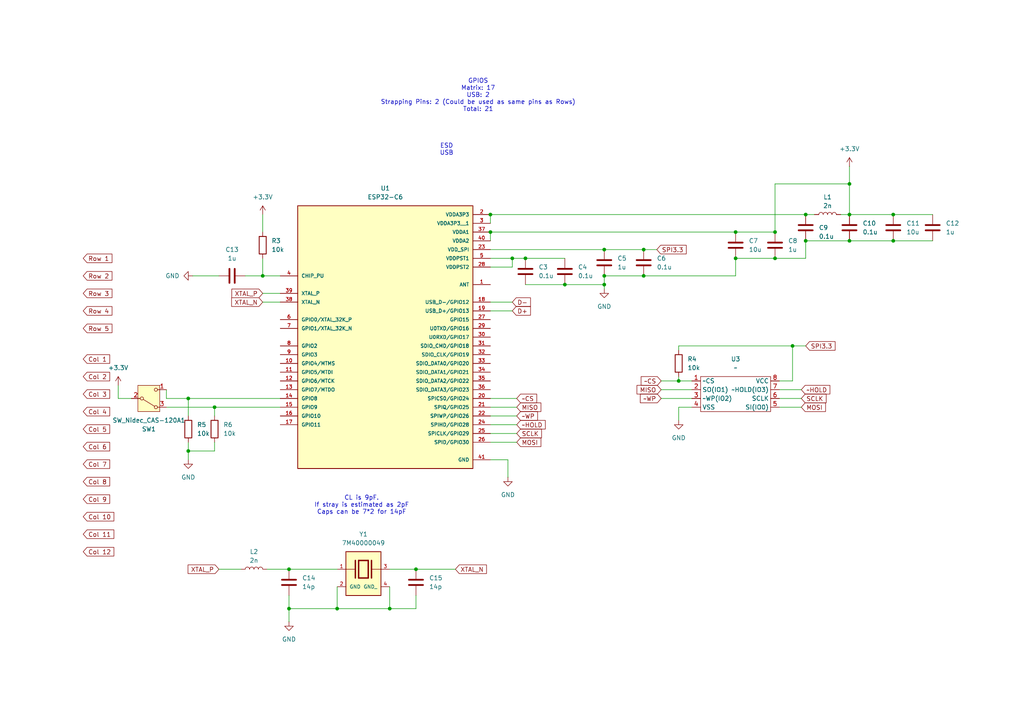
<source format=kicad_sch>
(kicad_sch (version 20250114) (generator "eeschema") (generator_version "9.0")
  (paper "A4")
  (lib_symbols
    (symbol "Device:C" (pin_numbers (hide yes)) (pin_names (offset 0.254))
      (property "Reference" "C" (at 0.635 2.54 0))
      (property "Value" "C" (at 0.635 -2.54 0))
      (symbol "C_0_1"
        (polyline (pts (xy -2.032 0.762) (xy 2.032 0.762)) (stroke (width 0.508)))
        (polyline (pts (xy -2.032 -0.762) (xy 2.032 -0.762)) (stroke (width 0.508)))
      )
      (symbol "C_1_1"
        (pin passive line (at 0 3.81 270) (length 2.794) (name "~") (number "1"))
        (pin passive line (at 0 -3.81 90) (length 2.794) (name "~") (number "2"))
      )
    )
    (symbol "Device:L" (pin_numbers (hide yes)) (pin_names (offset 1.016) (hide yes))
      (property "Reference" "L" (at -1.27 0 90))
      (property "Value" "L" (at 1.905 0 90))
      (symbol "L_0_1"
        (arc (start 0 2.54) (mid 0.6323 1.905) (end 0 1.27))
        (arc (start 0 1.27) (mid 0.6323 0.635) (end 0 0))
        (arc (start 0 0) (mid 0.6323 -0.635) (end 0 -1.27))
        (arc (start 0 -1.27) (mid 0.6323 -1.905) (end 0 -2.54))
      )
      (symbol "L_1_1"
        (pin passive line (at 0 3.81 270) (length 1.27) (name "1") (number "1"))
        (pin passive line (at 0 -3.81 90) (length 1.27) (name "2") (number "2"))
      )
    )
    (symbol "Device:R" (pin_numbers (hide yes)) (pin_names (offset 0))
      (property "Reference" "R" (at 2.032 0 90))
      (property "Value" "R" (at 0 0 90))
      (symbol "R_0_1"
        (rectangle (start -1.016 -2.54) (end 1.016 2.54) (stroke (width 0.254)))
      )
      (symbol "R_1_1"
        (pin passive line (at 0 3.81 270) (length 1.27) (name "~") (number "1"))
        (pin passive line (at 0 -3.81 90) (length 1.27) (name "~") (number "2"))
      )
    )
    (symbol "ESP32:7M40000049" (pin_names (offset 1.016))
      (property "Reference" "Y" (at -5.0878 6.3559 0))
      (property "Value" "7M40000049" (at -5.0944 -10.16 0))
      (symbol "7M40000049_0_0"
        (polyline (pts (xy -5.08 0) (xy -2.54 0)) (stroke (width 0.1524)))
        (rectangle (start -5.08 -7.62) (end 5.08 5.08) (stroke (width 0.254)) (fill (type background)))
        (polyline (pts (xy -2.3368 2.54) (xy -2.3368 -2.54)) (stroke (width 0.4064)))
        (polyline (pts (xy -1.397 2.54) (xy -1.397 -2.54)) (stroke (width 0.4064)))
        (polyline (pts (xy -1.397 2.54) (xy 1.397 2.54)) (stroke (width 0.4064)))
        (polyline (pts (xy 1.397 2.54) (xy 1.397 -2.54)) (stroke (width 0.4064)))
        (polyline (pts (xy 1.397 -2.54) (xy -1.397 -2.54)) (stroke (width 0.4064)))
        (polyline (pts (xy 2.3368 2.54) (xy 2.3368 -2.54)) (stroke (width 0.4064)))
        (polyline (pts (xy 2.54 0) (xy 5.08 0)) (stroke (width 0.1524)))
        (pin passive line (at -7.62 0 0) (length 2.54) (name "~") (number "1"))
        (pin passive line (at 7.62 0 180) (length 2.54) (name "~") (number "3"))
      )
      (symbol "7M40000049_1_0"
        (pin power_in line (at -7.62 -5.08 0) (length 2.54) (name "GND") (number "2"))
        (pin power_in line (at 7.62 -5.08 180) (length 2.54) (name "GND_") (number "4"))
      )
    )
    (symbol "ESP32:ESP32-C6" (pin_names (offset 1.016))
      (property "Reference" "U" (at -25.4 36.322 0))
      (property "Value" "ESP32-C6" (at -25.4 -43.18 0))
      (symbol "ESP32-C6_0_0"
        (rectangle (start -25.4 -40.64) (end 25.4 35.56) (stroke (width 0.254)) (fill (type background)))
        (pin input line (at -30.48 15.24 0) (length 5.08) (name "CHIP_PU") (number "4"))
        (pin bidirectional line (at -30.48 10.16 0) (length 5.08) (name "XTAL_P") (number "39"))
        (pin bidirectional line (at -30.48 7.62 0) (length 5.08) (name "XTAL_N") (number "38"))
        (pin bidirectional line (at -30.48 2.54 0) (length 5.08) (name "GPIO0/XTAL_32K_P") (number "6"))
        (pin bidirectional line (at -30.48 0 0) (length 5.08) (name "GPIO1/XTAL_32K_N") (number "7"))
        (pin bidirectional line (at -30.48 -5.08 0) (length 5.08) (name "GPIO2") (number "8"))
        (pin bidirectional line (at -30.48 -7.62 0) (length 5.08) (name "GPIO3") (number "9"))
        (pin bidirectional line (at -30.48 -10.16 0) (length 5.08) (name "GPIO4/MTMS") (number "10"))
        (pin bidirectional line (at -30.48 -12.7 0) (length 5.08) (name "GPIO5/MTDI") (number "11"))
        (pin bidirectional line (at -30.48 -15.24 0) (length 5.08) (name "GPIO6/MTCK") (number "12"))
        (pin bidirectional line (at -30.48 -17.78 0) (length 5.08) (name "GPIO7/MTDO") (number "13"))
        (pin bidirectional line (at -30.48 -20.32 0) (length 5.08) (name "GPIO8") (number "14"))
        (pin bidirectional line (at -30.48 -22.86 0) (length 5.08) (name "GPIO9") (number "15"))
        (pin bidirectional line (at -30.48 -25.4 0) (length 5.08) (name "GPIO10") (number "16"))
        (pin bidirectional line (at -30.48 -27.94 0) (length 5.08) (name "GPIO11") (number "17"))
        (pin power_in line (at 30.48 33.02 180) (length 5.08) (name "VDDA3P3") (number "2"))
        (pin power_in line (at 30.48 30.48 180) (length 5.08) (name "VDDA3P3__1") (number "3"))
        (pin power_in line (at 30.48 27.94 180) (length 5.08) (name "VDDA1") (number "37"))
        (pin power_in line (at 30.48 25.4 180) (length 5.08) (name "VDDA2") (number "40"))
        (pin power_in line (at 30.48 22.86 180) (length 5.08) (name "VDD_SPI") (number "23"))
        (pin power_in line (at 30.48 20.32 180) (length 5.08) (name "VDDPST1") (number "5"))
        (pin power_in line (at 30.48 17.78 180) (length 5.08) (name "VDDPST2") (number "28"))
        (pin bidirectional line (at 30.48 12.7 180) (length 5.08) (name "ANT") (number "1"))
        (pin bidirectional line (at 30.48 7.62 180) (length 5.08) (name "USB_D-/GPIO12") (number "18"))
        (pin bidirectional line (at 30.48 5.08 180) (length 5.08) (name "USB_D+/GPIO13") (number "19"))
        (pin bidirectional line (at 30.48 2.54 180) (length 5.08) (name "GPIO15") (number "27"))
        (pin bidirectional line (at 30.48 0 180) (length 5.08) (name "U0TXD/GPIO16") (number "29"))
        (pin bidirectional line (at 30.48 -2.54 180) (length 5.08) (name "U0RXD/GPIO17") (number "30"))
        (pin bidirectional line (at 30.48 -5.08 180) (length 5.08) (name "SDIO_CMD/GPIO18") (number "31"))
        (pin bidirectional line (at 30.48 -7.62 180) (length 5.08) (name "SDIO_CLK/GPIO19") (number "32"))
        (pin bidirectional line (at 30.48 -10.16 180) (length 5.08) (name "SDIO_DATA0/GPIO20") (number "33"))
        (pin bidirectional line (at 30.48 -12.7 180) (length 5.08) (name "SDIO_DATA1/GPIO21") (number "34"))
        (pin bidirectional line (at 30.48 -15.24 180) (length 5.08) (name "SDIO_DATA2/GPIO22") (number "35"))
        (pin bidirectional line (at 30.48 -17.78 180) (length 5.08) (name "SDIO_DATA3/GPIO23") (number "36"))
        (pin bidirectional line (at 30.48 -20.32 180) (length 5.08) (name "SPICS0/GPIO24") (number "20"))
        (pin bidirectional line (at 30.48 -22.86 180) (length 5.08) (name "SPIQ/GPIO25") (number "21"))
        (pin bidirectional line (at 30.48 -25.4 180) (length 5.08) (name "SPIWP/GPIO26") (number "22"))
        (pin bidirectional line (at 30.48 -27.94 180) (length 5.08) (name "SPIHD/GPIO28") (number "24"))
        (pin bidirectional line (at 30.48 -30.48 180) (length 5.08) (name "SPICLK/GPIO29") (number "25"))
        (pin bidirectional line (at 30.48 -33.02 180) (length 5.08) (name "SPID/GPIO30") (number "26"))
        (pin power_in line (at 30.48 -38.1 180) (length 5.08) (name "GND") (number "41"))
      )
    )
    (symbol "ESP32:GD25Q32ESIGR"
      (property "Reference" "U" (at 0 0 0))
      (symbol "GD25Q32ESIGR_1_1"
        (rectangle (start -6.35 1.27) (end 13.97 -8.89))
        (pin input line (at -8.89 0 0) (length 2.54) (name "~CS") (number "1"))
        (pin output line (at -8.89 -2.54 0) (length 2.54) (name "SO(IO1)") (number "2"))
        (pin bidirectional line (at -8.89 -5.08 0) (length 2.54) (name "~WP(IO2)") (number "3"))
        (pin input line (at -8.89 -7.62 0) (length 2.54) (name "VSS") (number "4"))
        (pin input line (at 16.51 0 180) (length 2.54) (name "VCC") (number "8"))
        (pin input line (at 16.51 -2.54 180) (length 2.54) (name "~HOLD(IO3)") (number "7"))
        (pin input line (at 16.51 -5.08 180) (length 2.54) (name "SCLK") (number "6"))
        (pin input line (at 16.51 -7.62 180) (length 2.54) (name "SI(IO0)") (number "5"))
      )
    )
    (symbol "Switch:SW_Nidec_CAS-120A1" (pin_names (offset 1) (hide yes))
      (property "Reference" "SW" (at 0 4.318 0))
      (property "Value" "SW_Nidec_CAS-120A1" (at 0 -5.08 0))
      (symbol "SW_Nidec_CAS-120A1_0_1"
        (circle (center -2.032 0) (radius 0.4572))
        (polyline (pts (xy -1.651 0.254) (xy 1.651 2.286)))
        (circle (center 2.032 2.54) (radius 0.4572))
        (circle (center 2.032 -2.54) (radius 0.4572))
      )
      (symbol "SW_Nidec_CAS-120A1_1_1"
        (rectangle (start -3.175 3.81) (end 3.175 -3.81) (fill (type background)))
        (pin passive line (at -5.08 0 0) (length 2.54) (name "B") (number "2"))
        (pin passive line (at 5.08 2.54 180) (length 2.54) (name "A") (number "3"))
        (pin passive line (at 5.08 -2.54 180) (length 2.54) (name "C") (number "1"))
      )
    )
    (symbol "power:+3.3V" (power) (pin_numbers (hide yes)) (pin_names (offset 0) (hide yes))
      (property "Value" "+3.3V" (at 0 3.556 0))
      (symbol "+3.3V_0_1"
        (polyline (pts (xy -0.762 1.27) (xy 0 2.54)))
        (polyline (pts (xy 0 2.54) (xy 0.762 1.27)))
        (polyline (pts (xy 0 0) (xy 0 2.54)))
      )
      (symbol "+3.3V_1_1"
        (pin power_in line (at 0 0 90) (length 0) (name "~") (number "1"))
      )
    )
    (symbol "power:GND" (power) (pin_numbers (hide yes)) (pin_names (offset 0) (hide yes))
      (property "Value" "GND" (at 0 -3.81 0))
      (symbol "GND_0_1"
        (polyline (pts (xy 0 0) (xy 0 -1.27) (xy 1.27 -1.27) (xy 0 -2.54) (xy -1.27 -1.27) (xy 0 -1.27)))
      )
      (symbol "GND_1_1"
        (pin power_in line (at 0 0 270) (length 0) (name "~") (number "1"))
      )
    )
  )
  (text "GPIOS\nMatrix: 17\nUSB: 2\nStrapping Pins: 2 (Could be used as same pins as Rows)\nTotal: 21" (at 138.684 27.686 0) (effects (font (size 1.27 1.27))))
  (text "CL is 9pF.\nIf stray is estimated as 2pF\nCaps can be 7*2 for 14pF" (at 104.902 146.558 0) (effects (font (size 1.27 1.27))))
  (text "ESD\nUSB" (at 129.54 43.434 0) (effects (font (size 1.27 1.27))))
  (junction (at 83.82 176.53))
  (junction (at 224.79 74.93))
  (junction (at 259.08 69.85))
  (junction (at 83.82 165.1))
  (junction (at 142.24 62.23))
  (junction (at 148.59 74.93))
  (junction (at 246.38 53.34))
  (junction (at 213.36 74.93))
  (junction (at 246.38 69.85))
  (junction (at 163.83 82.55))
  (junction (at 233.68 69.85))
  (junction (at 233.68 62.23))
  (junction (at 175.26 80.01))
  (junction (at 224.79 67.31))
  (junction (at 113.03 176.53))
  (junction (at 186.69 72.39))
  (junction (at 186.69 80.01))
  (junction (at 175.26 72.39))
  (junction (at 62.23 118.11))
  (junction (at 213.36 67.31))
  (junction (at 54.61 130.81))
  (junction (at 120.65 165.1))
  (junction (at 196.85 110.49))
  (junction (at 76.2 80.01))
  (junction (at 229.87 100.33))
  (junction (at 246.38 62.23))
  (junction (at 142.24 67.31))
  (junction (at 152.4 74.93))
  (junction (at 54.61 115.57))
  (junction (at 259.08 62.23))
  (junction (at 175.26 82.55))
  (junction (at 97.79 176.53))
  (wire (pts (xy 226.06 113.03) (xy 232.41 113.03)))
  (wire (pts (xy 113.03 170.18) (xy 113.03 176.53)))
  (wire (pts (xy 213.36 80.01) (xy 213.36 74.93)))
  (wire (pts (xy 147.32 138.43) (xy 147.32 133.35)))
  (wire (pts (xy 76.2 87.63) (xy 81.28 87.63)))
  (wire (pts (xy 48.26 118.11) (xy 62.23 118.11)))
  (wire (pts (xy 196.85 100.33) (xy 196.85 101.6)))
  (wire (pts (xy 76.2 74.93) (xy 76.2 80.01)))
  (wire (pts (xy 142.24 118.11) (xy 149.86 118.11)))
  (wire (pts (xy 246.38 53.34) (xy 224.79 53.34)))
  (wire (pts (xy 175.26 72.39) (xy 186.69 72.39)))
  (wire (pts (xy 62.23 130.81) (xy 54.61 130.81)))
  (wire (pts (xy 120.65 176.53) (xy 113.03 176.53)))
  (wire (pts (xy 190.5 72.39) (xy 186.69 72.39)))
  (wire (pts (xy 142.24 120.65) (xy 149.86 120.65)))
  (wire (pts (xy 233.68 69.85) (xy 246.38 69.85)))
  (wire (pts (xy 142.24 87.63) (xy 148.59 87.63)))
  (wire (pts (xy 142.24 115.57) (xy 149.86 115.57)))
  (wire (pts (xy 196.85 118.11) (xy 196.85 121.92)))
  (wire (pts (xy 186.69 80.01) (xy 213.36 80.01)))
  (wire (pts (xy 233.68 74.93) (xy 233.68 69.85)))
  (wire (pts (xy 246.38 53.34) (xy 246.38 62.23)))
  (wire (pts (xy 54.61 115.57) (xy 48.26 115.57)))
  (wire (pts (xy 142.24 123.19) (xy 149.86 123.19)))
  (wire (pts (xy 142.24 125.73) (xy 149.86 125.73)))
  (wire (pts (xy 259.08 69.85) (xy 270.51 69.85)))
  (wire (pts (xy 213.36 74.93) (xy 224.79 74.93)))
  (wire (pts (xy 83.82 165.1) (xy 97.79 165.1)))
  (wire (pts (xy 142.24 72.39) (xy 175.26 72.39)))
  (wire (pts (xy 152.4 74.93) (xy 163.83 74.93)))
  (wire (pts (xy 213.36 67.31) (xy 224.79 67.31)))
  (wire (pts (xy 148.59 74.93) (xy 148.59 77.47)))
  (wire (pts (xy 175.26 80.01) (xy 186.69 80.01)))
  (wire (pts (xy 175.26 82.55) (xy 175.26 83.82)))
  (wire (pts (xy 243.84 62.23) (xy 246.38 62.23)))
  (wire (pts (xy 200.66 110.49) (xy 196.85 110.49)))
  (wire (pts (xy 63.5 165.1) (xy 69.85 165.1)))
  (wire (pts (xy 48.26 115.57) (xy 48.26 113.03)))
  (wire (pts (xy 246.38 62.23) (xy 259.08 62.23)))
  (wire (pts (xy 236.22 62.23) (xy 233.68 62.23)))
  (wire (pts (xy 120.65 172.72) (xy 120.65 176.53)))
  (wire (pts (xy 200.66 118.11) (xy 196.85 118.11)))
  (wire (pts (xy 175.26 82.55) (xy 163.83 82.55)))
  (wire (pts (xy 81.28 115.57) (xy 54.61 115.57)))
  (wire (pts (xy 120.65 165.1) (xy 132.08 165.1)))
  (wire (pts (xy 229.87 110.49) (xy 226.06 110.49)))
  (wire (pts (xy 142.24 128.27) (xy 149.86 128.27)))
  (wire (pts (xy 233.68 62.23) (xy 142.24 62.23)))
  (wire (pts (xy 259.08 62.23) (xy 270.51 62.23)))
  (wire (pts (xy 62.23 118.11) (xy 81.28 118.11)))
  (wire (pts (xy 196.85 100.33) (xy 229.87 100.33)))
  (wire (pts (xy 224.79 53.34) (xy 224.79 67.31)))
  (wire (pts (xy 148.59 77.47) (xy 142.24 77.47)))
  (wire (pts (xy 226.06 115.57) (xy 232.41 115.57)))
  (wire (pts (xy 233.68 100.33) (xy 229.87 100.33)))
  (wire (pts (xy 71.12 80.01) (xy 76.2 80.01)))
  (wire (pts (xy 54.61 115.57) (xy 54.61 120.65)))
  (wire (pts (xy 147.32 133.35) (xy 142.24 133.35)))
  (wire (pts (xy 54.61 130.81) (xy 54.61 133.35)))
  (wire (pts (xy 226.06 118.11) (xy 232.41 118.11)))
  (wire (pts (xy 148.59 74.93) (xy 152.4 74.93)))
  (wire (pts (xy 224.79 74.93) (xy 233.68 74.93)))
  (wire (pts (xy 113.03 165.1) (xy 120.65 165.1)))
  (wire (pts (xy 55.88 80.01) (xy 63.5 80.01)))
  (wire (pts (xy 142.24 67.31) (xy 142.24 69.85)))
  (wire (pts (xy 142.24 74.93) (xy 148.59 74.93)))
  (wire (pts (xy 62.23 118.11) (xy 62.23 120.65)))
  (wire (pts (xy 142.24 90.17) (xy 148.59 90.17)))
  (wire (pts (xy 113.03 176.53) (xy 97.79 176.53)))
  (wire (pts (xy 34.29 115.57) (xy 34.29 111.76)))
  (wire (pts (xy 97.79 170.18) (xy 97.79 176.53)))
  (wire (pts (xy 76.2 62.23) (xy 76.2 67.31)))
  (wire (pts (xy 83.82 172.72) (xy 83.82 176.53)))
  (wire (pts (xy 38.1 115.57) (xy 34.29 115.57)))
  (wire (pts (xy 175.26 80.01) (xy 175.26 82.55)))
  (wire (pts (xy 97.79 176.53) (xy 83.82 176.53)))
  (wire (pts (xy 191.77 115.57) (xy 200.66 115.57)))
  (wire (pts (xy 77.47 165.1) (xy 83.82 165.1)))
  (wire (pts (xy 191.77 113.03) (xy 200.66 113.03)))
  (wire (pts (xy 196.85 110.49) (xy 196.85 109.22)))
  (wire (pts (xy 54.61 128.27) (xy 54.61 130.81)))
  (wire (pts (xy 229.87 100.33) (xy 229.87 110.49)))
  (wire (pts (xy 191.77 110.49) (xy 196.85 110.49)))
  (wire (pts (xy 142.24 62.23) (xy 142.24 64.77)))
  (wire (pts (xy 76.2 85.09) (xy 81.28 85.09)))
  (wire (pts (xy 83.82 176.53) (xy 83.82 180.34)))
  (wire (pts (xy 152.4 82.55) (xy 163.83 82.55)))
  (wire (pts (xy 76.2 80.01) (xy 81.28 80.01)))
  (wire (pts (xy 246.38 69.85) (xy 259.08 69.85)))
  (wire (pts (xy 142.24 67.31) (xy 213.36 67.31)))
  (wire (pts (xy 246.38 48.26) (xy 246.38 53.34)))
  (wire (pts (xy 62.23 128.27) (xy 62.23 130.81)))
  (global_label "Col 3" (shape input) (at 24.13 114.3 0) (property "Intersheetrefs" "${INTERSHEET_REFS}" (effects (hide yes))))
  (global_label "D+" (shape input) (at 148.59 90.17 0) (property "Intersheetrefs" "${INTERSHEET_REFS}" (effects (hide yes))))
  (global_label "Col 2" (shape input) (at 24.13 109.22 0) (property "Intersheetrefs" "${INTERSHEET_REFS}" (effects (hide yes))))
  (global_label "Col 6" (shape input) (at 24.13 129.54 0) (property "Intersheetrefs" "${INTERSHEET_REFS}" (effects (hide yes))))
  (global_label "Col 7" (shape input) (at 24.13 134.62 0) (property "Intersheetrefs" "${INTERSHEET_REFS}" (effects (hide yes))))
  (global_label "MOSI" (shape input) (at 232.41 118.11 0) (property "Intersheetrefs" "${INTERSHEET_REFS}" (effects (hide yes))))
  (global_label "XTAL_N" (shape input) (at 76.2 87.63 180) (property "Intersheetrefs" "${INTERSHEET_REFS}" (effects (hide yes))))
  (global_label "Col 1" (shape input) (at 24.13 104.14 0) (property "Intersheetrefs" "${INTERSHEET_REFS}" (effects (hide yes))))
  (global_label "SCLK" (shape input) (at 232.41 115.57 0) (property "Intersheetrefs" "${INTERSHEET_REFS}" (effects (hide yes))))
  (global_label "~WP" (shape input) (at 191.77 115.57 180) (property "Intersheetrefs" "${INTERSHEET_REFS}" (effects (hide yes))))
  (global_label "Row 4" (shape input) (at 24.13 90.17 0) (property "Intersheetrefs" "${INTERSHEET_REFS}" (effects (hide yes))))
  (global_label "XTAL_P" (shape input) (at 76.2 85.09 180) (property "Intersheetrefs" "${INTERSHEET_REFS}" (effects (hide yes))))
  (global_label "Col 9" (shape input) (at 24.13 144.78 0) (property "Intersheetrefs" "${INTERSHEET_REFS}" (effects (hide yes))))
  (global_label "MISO" (shape input) (at 191.77 113.03 180) (property "Intersheetrefs" "${INTERSHEET_REFS}" (effects (hide yes))))
  (global_label "Col 4" (shape input) (at 24.13 119.38 0) (property "Intersheetrefs" "${INTERSHEET_REFS}" (effects (hide yes))))
  (global_label "Row 1" (shape input) (at 24.13 74.93 0) (property "Intersheetrefs" "${INTERSHEET_REFS}" (effects (hide yes))))
  (global_label "SPI3.3" (shape input) (at 190.5 72.39 0) (property "Intersheetrefs" "${INTERSHEET_REFS}" (effects (hide yes))))
  (global_label "Col 10" (shape input) (at 24.13 149.86 0) (property "Intersheetrefs" "${INTERSHEET_REFS}" (effects (hide yes))))
  (global_label "Col 11" (shape input) (at 24.13 154.94 0) (property "Intersheetrefs" "${INTERSHEET_REFS}" (effects (hide yes))))
  (global_label "Row 2" (shape input) (at 24.13 80.01 0) (property "Intersheetrefs" "${INTERSHEET_REFS}" (effects (hide yes))))
  (global_label "Col 5" (shape input) (at 24.13 124.46 0) (property "Intersheetrefs" "${INTERSHEET_REFS}" (effects (hide yes))))
  (global_label "MOSI" (shape input) (at 149.86 128.27 0) (property "Intersheetrefs" "${INTERSHEET_REFS}" (effects (hide yes))))
  (global_label "SCLK" (shape input) (at 149.86 125.73 0) (property "Intersheetrefs" "${INTERSHEET_REFS}" (effects (hide yes))))
  (global_label "~HOLD" (shape input) (at 149.86 123.19 0) (property "Intersheetrefs" "${INTERSHEET_REFS}" (effects (hide yes))))
  (global_label "~HOLD" (shape input) (at 232.41 113.03 0) (property "Intersheetrefs" "${INTERSHEET_REFS}" (effects (hide yes))))
  (global_label "~WP" (shape input) (at 149.86 120.65 0) (property "Intersheetrefs" "${INTERSHEET_REFS}" (effects (hide yes))))
  (global_label "Col 8" (shape input) (at 24.13 139.7 0) (property "Intersheetrefs" "${INTERSHEET_REFS}" (effects (hide yes))))
  (global_label "Col 12" (shape input) (at 24.13 160.02 0) (property "Intersheetrefs" "${INTERSHEET_REFS}" (effects (hide yes))))
  (global_label "D-" (shape input) (at 148.59 87.63 0) (property "Intersheetrefs" "${INTERSHEET_REFS}" (effects (hide yes))))
  (global_label "XTAL_P" (shape input) (at 63.5 165.1 180) (property "Intersheetrefs" "${INTERSHEET_REFS}" (effects (hide yes))))
  (global_label "MISO" (shape input) (at 149.86 118.11 0) (property "Intersheetrefs" "${INTERSHEET_REFS}" (effects (hide yes))))
  (global_label "Row 5" (shape input) (at 24.13 95.25 0) (property "Intersheetrefs" "${INTERSHEET_REFS}" (effects (hide yes))))
  (global_label "~CS" (shape input) (at 149.86 115.57 0) (property "Intersheetrefs" "${INTERSHEET_REFS}" (effects (hide yes))))
  (global_label "SPI3.3" (shape input) (at 233.68 100.33 0) (property "Intersheetrefs" "${INTERSHEET_REFS}" (effects (hide yes))))
  (global_label "XTAL_N" (shape input) (at 132.08 165.1 0) (property "Intersheetrefs" "${INTERSHEET_REFS}" (effects (hide yes))))
  (global_label "Row 3" (shape input) (at 24.13 85.09 0) (property "Intersheetrefs" "${INTERSHEET_REFS}" (effects (hide yes))))
  (global_label "~CS" (shape input) (at 191.77 110.49 180) (property "Intersheetrefs" "${INTERSHEET_REFS}" (effects (hide yes))))
  (symbol (lib_id "Device:L") (at 73.66 165.1 90) (unit 1)
    (property "Reference" "L2" (at 73.66 160.02 90))
    (property "Value" "2n" (at 73.66 162.56 90))
    (property "Footprint" "Inductor_SMD:L_0402_1005Metric_Pad0.77x0.64mm_HandSolder" (effects (hide yes)))
    (property "Description" "Inductor 2nH, 500mA" (effects (hide yes)))
  )
  (symbol (lib_id "power:GND") (at 175.26 83.82 0) (unit 1)
    (property "Reference" "#PWR04" (effects (hide yes)))
    (property "Value" "GND" (at 175.26 88.9 0))
    (property "Description" "Power symbol creates a global label with name \"GND\" , ground" (effects (hide yes)))
  )
  (symbol (lib_id "Device:C") (at 175.26 76.2 0) (unit 1)
    (property "Reference" "C5" (at 179.07 74.93 0) (effects (justify left)))
    (property "Value" "1u" (at 179.07 77.47 0) (effects (justify left)))
    (property "Footprint" "Resistor_SMD:R_0402_1005Metric_Pad0.72x0.64mm_HandSolder" (effects (hide yes)))
    (property "Description" "Unpolarized capacitor" (effects (hide yes)))
  )
  (symbol (lib_id "Device:R") (at 54.61 124.46 0) (unit 1)
    (property "Reference" "R5" (at 57.15 123.1899 0) (effects (justify left)))
    (property "Value" "10k" (at 57.15 125.7299 0) (effects (justify left)))
    (property "Footprint" "Resistor_SMD:R_0402_1005Metric_Pad0.72x0.64mm_HandSolder" (effects (hide yes)))
    (property "Description" "Resistor" (effects (hide yes)))
  )
  (symbol (lib_id "Device:R") (at 76.2 71.12 0) (unit 1)
    (property "Reference" "R3" (at 78.74 69.8499 0) (effects (justify left)))
    (property "Value" "10k" (at 78.74 72.3899 0) (effects (justify left)))
    (property "Footprint" "Resistor_SMD:R_0402_1005Metric_Pad0.72x0.64mm_HandSolder" (effects (hide yes)))
    (property "Description" "Resistor" (effects (hide yes)))
  )
  (symbol (lib_id "Device:C") (at 233.68 66.04 0) (unit 1)
    (property "Reference" "C9" (at 237.49 66.0399 0) (effects (justify left)))
    (property "Value" "0.1u" (at 237.49 68.5799 0) (effects (justify left)))
    (property "Footprint" "Resistor_SMD:R_0402_1005Metric_Pad0.72x0.64mm_HandSolder" (effects (hide yes)))
    (property "Description" "Unpolarized capacitor" (effects (hide yes)))
  )
  (symbol (lib_id "power:GND") (at 196.85 121.92 0) (unit 1)
    (property "Reference" "#PWR07" (effects (hide yes)))
    (property "Value" "GND" (at 196.85 127 0))
    (property "Description" "Power symbol creates a global label with name \"GND\" , ground" (effects (hide yes)))
  )
  (symbol (lib_id "power:GND") (at 54.61 133.35 0) (unit 1)
    (property "Reference" "#PWR011" (effects (hide yes)))
    (property "Value" "GND" (at 54.61 138.43 0))
    (property "Description" "Power symbol creates a global label with name \"GND\" , ground" (effects (hide yes)))
  )
  (symbol (lib_id "power:GND") (at 55.88 80.01 270) (unit 1)
    (property "Reference" "#PWR05" (effects (hide yes)))
    (property "Value" "GND" (at 52.07 80.0099 90) (effects (justify right)))
    (property "Description" "Power symbol creates a global label with name \"GND\" , ground" (effects (hide yes)))
  )
  (symbol (lib_id "Device:R") (at 62.23 124.46 0) (unit 1)
    (property "Reference" "R6" (at 64.77 123.1899 0) (effects (justify left)))
    (property "Value" "10k" (at 64.77 125.7299 0) (effects (justify left)))
    (property "Footprint" "Resistor_SMD:R_0402_1005Metric_Pad0.72x0.64mm_HandSolder" (effects (hide yes)))
    (property "Description" "Resistor" (effects (hide yes)))
  )
  (symbol (lib_id "Device:L") (at 240.03 62.23 90) (unit 1)
    (property "Reference" "L1" (at 240.03 57.15 90))
    (property "Value" "2n" (at 240.03 59.69 90))
    (property "Footprint" "Inductor_SMD:L_0402_1005Metric_Pad0.77x0.64mm_HandSolder" (effects (hide yes)))
    (property "Description" "Inductor 2nH, 500mA" (effects (hide yes)))
  )
  (symbol (lib_id "Device:C") (at 152.4 78.74 0) (unit 1)
    (property "Reference" "C3" (at 156.21 77.4699 0) (effects (justify left)))
    (property "Value" "0.1u" (at 156.21 80.0099 0) (effects (justify left)))
    (property "Footprint" "Resistor_SMD:R_0402_1005Metric_Pad0.72x0.64mm_HandSolder" (effects (hide yes)))
    (property "Description" "Unpolarized capacitor" (effects (hide yes)))
  )
  (symbol (lib_id "ESP32:ESP32-C6") (at 111.76 95.25 0) (unit 1)
    (property "Reference" "U1" (at 111.76 54.61 0))
    (property "Value" "ESP32-C6" (at 111.76 57.15 0))
    (property "Footprint" "ESP32:QFN40P500X500X90-41N" (effects (hide yes)))
    (property "PARTREV" "v0.5" (effects (hide yes)))
    (property "STANDARD" "IPC-7351B" (effects (hide yes)))
    (property "SNAPEDA_PN" "ESP32-C6" (effects (hide yes)))
    (property "MAXIMUM_PACKAGE_HEIGHT" "0.9mm" (effects (hide yes)))
    (property "MANUFACTURER" "Espressif Systems" (effects (hide yes)))
  )
  (symbol (lib_id "Device:C") (at 67.31 80.01 270) (unit 1)
    (property "Reference" "C13" (at 67.31 72.39 90))
    (property "Value" "1u" (at 67.31 74.93 90))
    (property "Footprint" "Capacitor_SMD:C_0402_1005Metric_Pad0.74x0.62mm_HandSolder" (effects (hide yes)))
    (property "Description" "Unpolarized capacitor" (effects (hide yes)))
  )
  (symbol (lib_id "Device:C") (at 259.08 66.04 0) (unit 1)
    (property "Reference" "C11" (at 262.89 64.7699 0) (effects (justify left)))
    (property "Value" "10u" (at 262.89 67.3099 0) (effects (justify left)))
    (property "Footprint" "Resistor_SMD:R_0402_1005Metric_Pad0.72x0.64mm_HandSolder" (effects (hide yes)))
    (property "Description" "Unpolarized capacitor" (effects (hide yes)))
  )
  (symbol (lib_id "Device:C") (at 213.36 71.12 0) (unit 1)
    (property "Reference" "C7" (at 217.17 69.8499 0) (effects (justify left)))
    (property "Value" "10u" (at 217.17 72.3899 0) (effects (justify left)))
    (property "Footprint" "Resistor_SMD:R_0402_1005Metric_Pad0.72x0.64mm_HandSolder" (effects (hide yes)))
    (property "Description" "Unpolarized capacitor" (effects (hide yes)))
  )
  (symbol (lib_id "power:GND") (at 147.32 138.43 0) (unit 1)
    (property "Reference" "#PWR08" (effects (hide yes)))
    (property "Value" "GND" (at 147.32 143.51 0))
    (property "Description" "Power symbol creates a global label with name \"GND\" , ground" (effects (hide yes)))
  )
  (symbol (lib_id "Device:C") (at 270.51 66.04 0) (unit 1)
    (property "Reference" "C12" (at 274.32 64.7699 0) (effects (justify left)))
    (property "Value" "1u" (at 274.32 67.3099 0) (effects (justify left)))
    (property "Footprint" "Resistor_SMD:R_0402_1005Metric_Pad0.72x0.64mm_HandSolder" (effects (hide yes)))
    (property "Description" "Unpolarized capacitor" (effects (hide yes)))
  )
  (symbol (lib_id "power:+3.3V") (at 246.38 48.26 0) (unit 1)
    (property "Reference" "#PWR03" (effects (hide yes)))
    (property "Value" "+3.3V" (at 246.38 43.18 0))
    (property "Description" "Power symbol creates a global label with name \"+3.3V\"" (effects (hide yes)))
  )
  (symbol (lib_id "power:+3.3V") (at 34.29 111.76 0) (unit 1)
    (property "Reference" "#PWR010" (effects (hide yes)))
    (property "Value" "+3.3V" (at 34.29 106.68 0))
    (property "Description" "Power symbol creates a global label with name \"+3.3V\"" (effects (hide yes)))
  )
  (symbol (lib_id "Device:C") (at 224.79 71.12 0) (unit 1)
    (property "Reference" "C8" (at 228.6 69.8499 0) (effects (justify left)))
    (property "Value" "1u" (at 228.6 72.3899 0) (effects (justify left)))
    (property "Footprint" "Resistor_SMD:R_0402_1005Metric_Pad0.72x0.64mm_HandSolder" (effects (hide yes)))
    (property "Description" "Unpolarized capacitor" (effects (hide yes)))
  )
  (symbol (lib_id "power:GND") (at 83.82 180.34 0) (unit 1)
    (property "Reference" "#PWR09" (effects (hide yes)))
    (property "Value" "GND" (at 83.82 185.42 0))
    (property "Description" "Power symbol creates a global label with name \"GND\" , ground" (effects (hide yes)))
  )
  (symbol (lib_id "Device:C") (at 186.69 76.2 0) (unit 1)
    (property "Reference" "C6" (at 190.5 74.9299 0) (effects (justify left)))
    (property "Value" "0.1u" (at 190.5 77.4699 0) (effects (justify left)))
    (property "Footprint" "Resistor_SMD:R_0402_1005Metric_Pad0.72x0.64mm_HandSolder" (effects (hide yes)))
    (property "Description" "Unpolarized capacitor" (effects (hide yes)))
  )
  (symbol (lib_id "ESP32:7M40000049") (at 105.41 165.1 0) (unit 1)
    (property "Reference" "Y1" (at 105.41 154.94 0))
    (property "Value" "7M40000049" (at 105.41 157.48 0))
    (property "Footprint" "ESP32:XTAL_7M40000049" (effects (hide yes)))
    (property "MF" "TXC" (effects (hide yes)))
    (property "MAXIMUM_PACKAGE_HEIGHT" "0.8 mm" (effects (hide yes)))
    (property "Package" "NON STANDARD-4 TXC" (effects (hide yes)))
    (property "Price" "None" (effects (hide yes)))
    (property "Check_prices" "https://www.snapeda.com/parts/7M40000049/TXC/view-part/?ref=eda" (effects (hide yes)))
    (property "STANDARD" "Manufacturer Recommendations" (effects (hide yes)))
    (property "PARTREV" "N/A" (effects (hide yes)))
    (property "SnapEDA_Link" "https://www.snapeda.com/parts/7M40000049/TXC/view-part/?ref=snap" (effects (hide yes)))
    (property "MP" "7M40000049" (effects (hide yes)))
    (property "Purchase-URL" "https://www.snapeda.com/api/url_track_click_mouser/?unipart_id=2692245&manufacturer=TXC&part_name=7M40000049&search_term=7m40000049" (effects (hide yes)))
    (property "Description_1" "40 MHz ±10ppm Crystal 10pF 4-SMD, No Lead" (effects (hide yes)))
    (property "Availability" "In Stock" (effects (hide yes)))
    (property "MANUFACTURER" "TXC CORPORATION" (effects (hide yes)))
  )
  (symbol (lib_id "Device:C") (at 120.65 168.91 0) (unit 1)
    (property "Reference" "C15" (at 124.46 167.6399 0) (effects (justify left)))
    (property "Value" "14p" (at 124.46 170.1799 0) (effects (justify left)))
    (property "Footprint" "Resistor_SMD:R_0402_1005Metric_Pad0.72x0.64mm_HandSolder" (effects (hide yes)))
    (property "Description" "Unpolarized capacitor" (effects (hide yes)))
  )
  (symbol (lib_id "ESP32:GD25Q32ESIGR") (at 209.55 110.49 0) (unit 1)
    (property "Reference" "U3" (at 213.36 104.14 0))
    (property "Value" "~" (at 213.36 106.68 0))
    (property "Footprint" "ESP32:SOIC127P790X216-8N" (effects (hide yes)))
    (property "Description" "4MB Flash memory, GD25Q32ESIGR" (effects (hide yes)))
  )
  (symbol (lib_id "Device:R") (at 196.85 105.41 0) (unit 1)
    (property "Reference" "R4" (at 199.39 104.1399 0) (effects (justify left)))
    (property "Value" "10k" (at 199.39 106.6799 0) (effects (justify left)))
    (property "Footprint" "Resistor_SMD:R_0402_1005Metric_Pad0.72x0.64mm_HandSolder" (effects (hide yes)))
    (property "Description" "Resistor" (effects (hide yes)))
  )
  (symbol (lib_id "Device:C") (at 163.83 78.74 0) (unit 1)
    (property "Reference" "C4" (at 167.64 77.4699 0) (effects (justify left)))
    (property "Value" "0.1u" (at 167.64 80.0099 0) (effects (justify left)))
    (property "Footprint" "Resistor_SMD:R_0402_1005Metric_Pad0.72x0.64mm_HandSolder" (effects (hide yes)))
    (property "Description" "Unpolarized capacitor" (effects (hide yes)))
  )
  (symbol (lib_id "Device:C") (at 83.82 168.91 0) (unit 1)
    (property "Reference" "C14" (at 87.63 167.6399 0) (effects (justify left)))
    (property "Value" "14p" (at 87.63 170.1799 0) (effects (justify left)))
    (property "Footprint" "Resistor_SMD:R_0402_1005Metric_Pad0.72x0.64mm_HandSolder" (effects (hide yes)))
    (property "Description" "Unpolarized capacitor" (effects (hide yes)))
  )
  (symbol (lib_id "Device:C") (at 246.38 66.04 0) (unit 1)
    (property "Reference" "C10" (at 250.19 64.7699 0) (effects (justify left)))
    (property "Value" "0.1u" (at 250.19 67.3099 0) (effects (justify left)))
    (property "Footprint" "Resistor_SMD:R_0402_1005Metric_Pad0.72x0.64mm_HandSolder" (effects (hide yes)))
    (property "Description" "Unpolarized capacitor" (effects (hide yes)))
  )
  (symbol (lib_id "Switch:SW_Nidec_CAS-120A1") (at 43.18 115.57 0) (mirror x) (unit 1)
    (property "Reference" "SW1" (at 43.18 124.46 0))
    (property "Value" "SW_Nidec_CAS-120A1" (at 43.18 121.92 0))
    (property "Footprint" "Button_Switch_SMD:Nidec_Copal_CAS-120A" (effects (hide yes)))
    (property "Datasheet" "https://www.nidec-components.com/e/catalog/switch/cas.pdf" (effects (hide yes)))
    (property "Description" "Switch, single pole double throw, CAS-120A" (effects (hide yes)))
  )
  (symbol (lib_id "power:+3.3V") (at 76.2 62.23 0) (unit 1)
    (property "Reference" "#PWR06" (effects (hide yes)))
    (property "Value" "+3.3V" (at 76.2 57.15 0))
    (property "Description" "Power symbol creates a global label with name \"+3.3V\"" (effects (hide yes)))
  )
)
</source>
